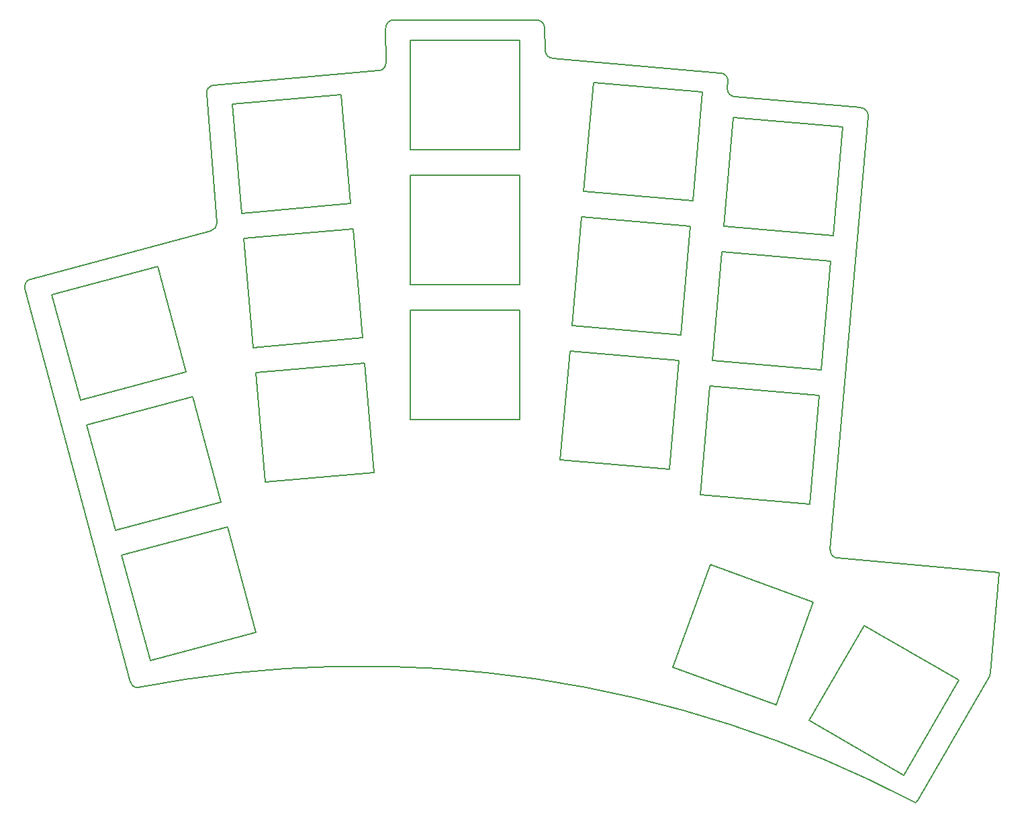
<source format=gbr>
%TF.GenerationSoftware,KiCad,Pcbnew,7.0.2-0*%
%TF.CreationDate,2023-07-17T19:12:55+02:00*%
%TF.ProjectId,platepcb,706c6174-6570-4636-922e-6b696361645f,v1.0.0*%
%TF.SameCoordinates,Original*%
%TF.FileFunction,Profile,NP*%
%FSLAX46Y46*%
G04 Gerber Fmt 4.6, Leading zero omitted, Abs format (unit mm)*
G04 Created by KiCad (PCBNEW 7.0.2-0) date 2023-07-17 19:12:55*
%MOMM*%
%LPD*%
G01*
G04 APERTURE LIST*
%TA.AperFunction,Profile*%
%ADD10C,0.150000*%
%TD*%
G04 APERTURE END LIST*
D10*
X152811296Y-104212202D02*
X130048039Y-110311598D01*
X129340932Y-111536343D02*
X142630089Y-161132150D01*
X241902228Y-176073465D02*
X250950438Y-160401507D01*
X251080607Y-159988663D02*
X252191308Y-147293286D01*
X230876071Y-144424624D02*
X235656564Y-89783345D01*
X234747525Y-88699995D02*
X218808410Y-87305503D01*
X217899371Y-86222152D02*
X217972000Y-85391990D01*
X217062961Y-84308640D02*
X195836791Y-82451590D01*
X194924283Y-81481333D02*
X194849560Y-78601413D01*
X193849897Y-77627351D02*
X175830746Y-77627351D01*
X174830767Y-78633789D02*
X174859096Y-83033632D01*
X173946273Y-84036266D02*
X153141729Y-85856427D01*
X152232160Y-86933495D02*
X153549202Y-103165403D01*
X130048039Y-110311598D02*
G75*
G03*
X129340932Y-111536343I258819J-965926D01*
G01*
X142630090Y-161132150D02*
G75*
G03*
X143378182Y-161849316I965925J258819D01*
G01*
X241644130Y-176367456D02*
G75*
G03*
X241902227Y-176073465I-607927J793991D01*
G01*
X250950438Y-160401507D02*
G75*
G03*
X251080607Y-159988662I-866026J500000D01*
G01*
X235656564Y-89783345D02*
G75*
G03*
X234747525Y-88699994I-996195J87156D01*
G01*
X217899371Y-86222152D02*
G75*
G03*
X218808409Y-87305502I996194J-87156D01*
G01*
X217972000Y-85391990D02*
G75*
G03*
X217062962Y-84308640I-996194J87156D01*
G01*
X194924283Y-81481333D02*
G75*
G03*
X195836791Y-82451591I999664J25937D01*
G01*
X194849560Y-78601413D02*
G75*
G03*
X193849898Y-77627351I-999663J-25937D01*
G01*
X175830746Y-77627352D02*
G75*
G03*
X174830768Y-78633790I0J-999999D01*
G01*
X173946273Y-84036266D02*
G75*
G03*
X174859096Y-83033632I-87156J996195D01*
G01*
X153141729Y-85856427D02*
G75*
G03*
X152232161Y-86933496I87156J-996195D01*
G01*
X152811296Y-104212202D02*
G75*
G03*
X153549201Y-103165403I-258819J965926D01*
G01*
X241644130Y-176367458D02*
G75*
G03*
X143378181Y-161849319I-69819843J-132759893D01*
G01*
X231785110Y-145507975D02*
X252191308Y-147293286D01*
X230876071Y-144424624D02*
G75*
G03*
X231785110Y-145507975I996195J-87156D01*
G01*
X145120963Y-158450740D02*
X158450740Y-154879037D01*
X158450740Y-154879037D02*
X154879037Y-141549260D01*
X154879037Y-141549260D02*
X141549260Y-145120963D01*
X141549260Y-145120963D02*
X145120963Y-158450740D01*
X140721039Y-142030001D02*
X154050816Y-138458298D01*
X154050816Y-138458298D02*
X150479113Y-125128521D01*
X150479113Y-125128521D02*
X137149337Y-128700224D01*
X137149337Y-128700224D02*
X140721039Y-142030001D01*
X136321116Y-125609262D02*
X149650892Y-122037559D01*
X149650892Y-122037559D02*
X146079189Y-108707782D01*
X146079189Y-108707782D02*
X132749413Y-112279485D01*
X132749413Y-112279485D02*
X136321116Y-125609262D01*
X159632648Y-135881065D02*
X173380135Y-134678316D01*
X173380135Y-134678316D02*
X172177386Y-120930829D01*
X172177386Y-120930829D02*
X158429899Y-122133579D01*
X158429899Y-122133579D02*
X159632648Y-135881065D01*
X158151001Y-118945755D02*
X171898488Y-117743006D01*
X171898488Y-117743006D02*
X170695738Y-103995519D01*
X170695738Y-103995519D02*
X156948252Y-105198269D01*
X156948252Y-105198269D02*
X158151001Y-118945755D01*
X156669353Y-102010446D02*
X170416840Y-100807696D01*
X170416840Y-100807696D02*
X169214091Y-87060210D01*
X169214091Y-87060210D02*
X155466604Y-88262959D01*
X155466604Y-88262959D02*
X156669353Y-102010446D01*
X177924287Y-128027351D02*
X191724287Y-128027351D01*
X191724287Y-128027351D02*
X191724287Y-114227351D01*
X191724287Y-114227351D02*
X177924287Y-114227351D01*
X177924287Y-114227351D02*
X177924287Y-128027351D01*
X177924287Y-111027351D02*
X191724287Y-111027351D01*
X191724287Y-111027351D02*
X191724287Y-97227351D01*
X191724287Y-97227351D02*
X177924287Y-97227351D01*
X177924287Y-97227351D02*
X177924287Y-111027351D01*
X177924287Y-94027351D02*
X191724287Y-94027351D01*
X191724287Y-94027351D02*
X191724287Y-80227351D01*
X191724287Y-80227351D02*
X177924287Y-80227351D01*
X177924287Y-80227351D02*
X177924287Y-94027351D01*
X196830817Y-133131076D02*
X210578303Y-134333825D01*
X210578303Y-134333825D02*
X211781053Y-120586339D01*
X211781053Y-120586339D02*
X198033566Y-119383589D01*
X198033566Y-119383589D02*
X196830817Y-133131076D01*
X198312464Y-116195766D02*
X212059951Y-117398515D01*
X212059951Y-117398515D02*
X213262700Y-103651029D01*
X213262700Y-103651029D02*
X199515213Y-102448279D01*
X199515213Y-102448279D02*
X198312464Y-116195766D01*
X199794112Y-99260456D02*
X213541599Y-100463206D01*
X213541599Y-100463206D02*
X214744348Y-86715719D01*
X214744348Y-86715719D02*
X200996861Y-85512970D01*
X200996861Y-85512970D02*
X199794112Y-99260456D01*
X214515380Y-137522431D02*
X228262867Y-138725180D01*
X228262867Y-138725180D02*
X229465616Y-124977694D01*
X229465616Y-124977694D02*
X215718129Y-123774944D01*
X215718129Y-123774944D02*
X214515380Y-137522431D01*
X215997027Y-120587121D02*
X229744514Y-121789870D01*
X229744514Y-121789870D02*
X230947263Y-108042384D01*
X230947263Y-108042384D02*
X217199777Y-106839634D01*
X217199777Y-106839634D02*
X215997027Y-120587121D01*
X217478675Y-103651811D02*
X231226162Y-104854561D01*
X231226162Y-104854561D02*
X232428911Y-91107074D01*
X232428911Y-91107074D02*
X218681424Y-89904325D01*
X218681424Y-89904325D02*
X217478675Y-103651811D01*
X211054942Y-159282675D02*
X224022700Y-164002553D01*
X224022700Y-164002553D02*
X228742578Y-151034795D01*
X228742578Y-151034795D02*
X215774820Y-146314917D01*
X215774820Y-146314917D02*
X211054942Y-159282675D01*
X228225456Y-165962330D02*
X240176606Y-172862330D01*
X240176606Y-172862330D02*
X247076606Y-160911180D01*
X247076606Y-160911180D02*
X235125456Y-154011180D01*
X235125456Y-154011180D02*
X228225456Y-165962330D01*
M02*

</source>
